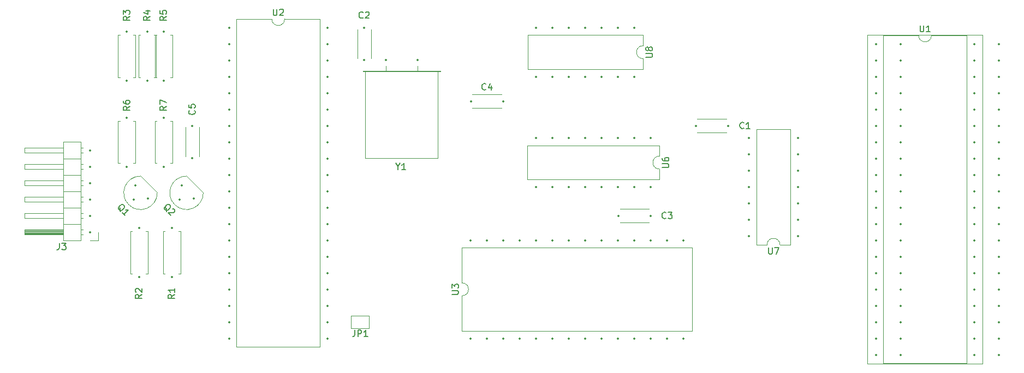
<source format=gto>
%TF.GenerationSoftware,KiCad,Pcbnew,8.0.5+1*%
%TF.CreationDate,2024-10-09T19:18:35+02:00*%
%TF.ProjectId,QL_PC0084A_keyboard_adapter,514c5f50-4330-4303-9834-415f6b657962,0*%
%TF.SameCoordinates,Original*%
%TF.FileFunction,Legend,Top*%
%TF.FilePolarity,Positive*%
%FSLAX46Y46*%
G04 Gerber Fmt 4.6, Leading zero omitted, Abs format (unit mm)*
G04 Created by KiCad (PCBNEW 8.0.5+1) date 2024-10-09 19:18:35*
%MOMM*%
%LPD*%
G01*
G04 APERTURE LIST*
%ADD10C,0.150000*%
%ADD11C,0.120000*%
%ADD12C,0.350000*%
G04 APERTURE END LIST*
D10*
X105856938Y-107350316D02*
X105823266Y-107249301D01*
X105823266Y-107249301D02*
X105823266Y-107114614D01*
X105823266Y-107114614D02*
X105823266Y-106912583D01*
X105823266Y-106912583D02*
X105789594Y-106811568D01*
X105789594Y-106811568D02*
X105722251Y-106744225D01*
X105587564Y-106946255D02*
X105553892Y-106845240D01*
X105553892Y-106845240D02*
X105553892Y-106710553D01*
X105553892Y-106710553D02*
X105654907Y-106542194D01*
X105654907Y-106542194D02*
X105890610Y-106306492D01*
X105890610Y-106306492D02*
X106058968Y-106205477D01*
X106058968Y-106205477D02*
X106193655Y-106205477D01*
X106193655Y-106205477D02*
X106294671Y-106239148D01*
X106294671Y-106239148D02*
X106429358Y-106373835D01*
X106429358Y-106373835D02*
X106463029Y-106474851D01*
X106463029Y-106474851D02*
X106463029Y-106609538D01*
X106463029Y-106609538D02*
X106362014Y-106777896D01*
X106362014Y-106777896D02*
X106126312Y-107013599D01*
X106126312Y-107013599D02*
X105957953Y-107114614D01*
X105957953Y-107114614D02*
X105823266Y-107114614D01*
X105823266Y-107114614D02*
X105722251Y-107080942D01*
X105722251Y-107080942D02*
X105587564Y-106946255D01*
X106799747Y-106878912D02*
X106867090Y-106878912D01*
X106867090Y-106878912D02*
X106968106Y-106912583D01*
X106968106Y-106912583D02*
X107136464Y-107080942D01*
X107136464Y-107080942D02*
X107170136Y-107181957D01*
X107170136Y-107181957D02*
X107170136Y-107249301D01*
X107170136Y-107249301D02*
X107136464Y-107350316D01*
X107136464Y-107350316D02*
X107069121Y-107417660D01*
X107069121Y-107417660D02*
X106934434Y-107485003D01*
X106934434Y-107485003D02*
X106126312Y-107485003D01*
X106126312Y-107485003D02*
X106564045Y-107922736D01*
X98723382Y-107350879D02*
X98689710Y-107249864D01*
X98689710Y-107249864D02*
X98689710Y-107115177D01*
X98689710Y-107115177D02*
X98689710Y-106913146D01*
X98689710Y-106913146D02*
X98656038Y-106812131D01*
X98656038Y-106812131D02*
X98588695Y-106744788D01*
X98454008Y-106946818D02*
X98420336Y-106845803D01*
X98420336Y-106845803D02*
X98420336Y-106711116D01*
X98420336Y-106711116D02*
X98521351Y-106542757D01*
X98521351Y-106542757D02*
X98757054Y-106307055D01*
X98757054Y-106307055D02*
X98925412Y-106206040D01*
X98925412Y-106206040D02*
X99060099Y-106206040D01*
X99060099Y-106206040D02*
X99161115Y-106239711D01*
X99161115Y-106239711D02*
X99295802Y-106374398D01*
X99295802Y-106374398D02*
X99329473Y-106475414D01*
X99329473Y-106475414D02*
X99329473Y-106610101D01*
X99329473Y-106610101D02*
X99228458Y-106778459D01*
X99228458Y-106778459D02*
X98992756Y-107014162D01*
X98992756Y-107014162D02*
X98824397Y-107115177D01*
X98824397Y-107115177D02*
X98689710Y-107115177D01*
X98689710Y-107115177D02*
X98588695Y-107081505D01*
X98588695Y-107081505D02*
X98454008Y-106946818D01*
X99430489Y-107923299D02*
X99026428Y-107519238D01*
X99228458Y-107721268D02*
X99935565Y-107014162D01*
X99935565Y-107014162D02*
X99767206Y-107047833D01*
X99767206Y-107047833D02*
X99632519Y-107047833D01*
X99632519Y-107047833D02*
X99531504Y-107014162D01*
X122428095Y-75864819D02*
X122428095Y-76674342D01*
X122428095Y-76674342D02*
X122475714Y-76769580D01*
X122475714Y-76769580D02*
X122523333Y-76817200D01*
X122523333Y-76817200D02*
X122618571Y-76864819D01*
X122618571Y-76864819D02*
X122809047Y-76864819D01*
X122809047Y-76864819D02*
X122904285Y-76817200D01*
X122904285Y-76817200D02*
X122951904Y-76769580D01*
X122951904Y-76769580D02*
X122999523Y-76674342D01*
X122999523Y-76674342D02*
X122999523Y-75864819D01*
X123428095Y-75960057D02*
X123475714Y-75912438D01*
X123475714Y-75912438D02*
X123570952Y-75864819D01*
X123570952Y-75864819D02*
X123809047Y-75864819D01*
X123809047Y-75864819D02*
X123904285Y-75912438D01*
X123904285Y-75912438D02*
X123951904Y-75960057D01*
X123951904Y-75960057D02*
X123999523Y-76055295D01*
X123999523Y-76055295D02*
X123999523Y-76150533D01*
X123999523Y-76150533D02*
X123951904Y-76293390D01*
X123951904Y-76293390D02*
X123380476Y-76864819D01*
X123380476Y-76864819D02*
X123999523Y-76864819D01*
X180224819Y-83321904D02*
X181034342Y-83321904D01*
X181034342Y-83321904D02*
X181129580Y-83274285D01*
X181129580Y-83274285D02*
X181177200Y-83226666D01*
X181177200Y-83226666D02*
X181224819Y-83131428D01*
X181224819Y-83131428D02*
X181224819Y-82940952D01*
X181224819Y-82940952D02*
X181177200Y-82845714D01*
X181177200Y-82845714D02*
X181129580Y-82798095D01*
X181129580Y-82798095D02*
X181034342Y-82750476D01*
X181034342Y-82750476D02*
X180224819Y-82750476D01*
X180653390Y-82131428D02*
X180605771Y-82226666D01*
X180605771Y-82226666D02*
X180558152Y-82274285D01*
X180558152Y-82274285D02*
X180462914Y-82321904D01*
X180462914Y-82321904D02*
X180415295Y-82321904D01*
X180415295Y-82321904D02*
X180320057Y-82274285D01*
X180320057Y-82274285D02*
X180272438Y-82226666D01*
X180272438Y-82226666D02*
X180224819Y-82131428D01*
X180224819Y-82131428D02*
X180224819Y-81940952D01*
X180224819Y-81940952D02*
X180272438Y-81845714D01*
X180272438Y-81845714D02*
X180320057Y-81798095D01*
X180320057Y-81798095D02*
X180415295Y-81750476D01*
X180415295Y-81750476D02*
X180462914Y-81750476D01*
X180462914Y-81750476D02*
X180558152Y-81798095D01*
X180558152Y-81798095D02*
X180605771Y-81845714D01*
X180605771Y-81845714D02*
X180653390Y-81940952D01*
X180653390Y-81940952D02*
X180653390Y-82131428D01*
X180653390Y-82131428D02*
X180701009Y-82226666D01*
X180701009Y-82226666D02*
X180748628Y-82274285D01*
X180748628Y-82274285D02*
X180843866Y-82321904D01*
X180843866Y-82321904D02*
X181034342Y-82321904D01*
X181034342Y-82321904D02*
X181129580Y-82274285D01*
X181129580Y-82274285D02*
X181177200Y-82226666D01*
X181177200Y-82226666D02*
X181224819Y-82131428D01*
X181224819Y-82131428D02*
X181224819Y-81940952D01*
X181224819Y-81940952D02*
X181177200Y-81845714D01*
X181177200Y-81845714D02*
X181129580Y-81798095D01*
X181129580Y-81798095D02*
X181034342Y-81750476D01*
X181034342Y-81750476D02*
X180843866Y-81750476D01*
X180843866Y-81750476D02*
X180748628Y-81798095D01*
X180748628Y-81798095D02*
X180701009Y-81845714D01*
X180701009Y-81845714D02*
X180653390Y-81940952D01*
X222758095Y-78404819D02*
X222758095Y-79214342D01*
X222758095Y-79214342D02*
X222805714Y-79309580D01*
X222805714Y-79309580D02*
X222853333Y-79357200D01*
X222853333Y-79357200D02*
X222948571Y-79404819D01*
X222948571Y-79404819D02*
X223139047Y-79404819D01*
X223139047Y-79404819D02*
X223234285Y-79357200D01*
X223234285Y-79357200D02*
X223281904Y-79309580D01*
X223281904Y-79309580D02*
X223329523Y-79214342D01*
X223329523Y-79214342D02*
X223329523Y-78404819D01*
X224329523Y-79404819D02*
X223758095Y-79404819D01*
X224043809Y-79404819D02*
X224043809Y-78404819D01*
X224043809Y-78404819D02*
X223948571Y-78547676D01*
X223948571Y-78547676D02*
X223853333Y-78642914D01*
X223853333Y-78642914D02*
X223758095Y-78690533D01*
X105864819Y-77001666D02*
X105388628Y-77334999D01*
X105864819Y-77573094D02*
X104864819Y-77573094D01*
X104864819Y-77573094D02*
X104864819Y-77192142D01*
X104864819Y-77192142D02*
X104912438Y-77096904D01*
X104912438Y-77096904D02*
X104960057Y-77049285D01*
X104960057Y-77049285D02*
X105055295Y-77001666D01*
X105055295Y-77001666D02*
X105198152Y-77001666D01*
X105198152Y-77001666D02*
X105293390Y-77049285D01*
X105293390Y-77049285D02*
X105341009Y-77096904D01*
X105341009Y-77096904D02*
X105388628Y-77192142D01*
X105388628Y-77192142D02*
X105388628Y-77573094D01*
X104864819Y-76096904D02*
X104864819Y-76573094D01*
X104864819Y-76573094D02*
X105341009Y-76620713D01*
X105341009Y-76620713D02*
X105293390Y-76573094D01*
X105293390Y-76573094D02*
X105245771Y-76477856D01*
X105245771Y-76477856D02*
X105245771Y-76239761D01*
X105245771Y-76239761D02*
X105293390Y-76144523D01*
X105293390Y-76144523D02*
X105341009Y-76096904D01*
X105341009Y-76096904D02*
X105436247Y-76049285D01*
X105436247Y-76049285D02*
X105674342Y-76049285D01*
X105674342Y-76049285D02*
X105769580Y-76096904D01*
X105769580Y-76096904D02*
X105817200Y-76144523D01*
X105817200Y-76144523D02*
X105864819Y-76239761D01*
X105864819Y-76239761D02*
X105864819Y-76477856D01*
X105864819Y-76477856D02*
X105817200Y-76573094D01*
X105817200Y-76573094D02*
X105769580Y-76620713D01*
X136358333Y-77194580D02*
X136310714Y-77242200D01*
X136310714Y-77242200D02*
X136167857Y-77289819D01*
X136167857Y-77289819D02*
X136072619Y-77289819D01*
X136072619Y-77289819D02*
X135929762Y-77242200D01*
X135929762Y-77242200D02*
X135834524Y-77146961D01*
X135834524Y-77146961D02*
X135786905Y-77051723D01*
X135786905Y-77051723D02*
X135739286Y-76861247D01*
X135739286Y-76861247D02*
X135739286Y-76718390D01*
X135739286Y-76718390D02*
X135786905Y-76527914D01*
X135786905Y-76527914D02*
X135834524Y-76432676D01*
X135834524Y-76432676D02*
X135929762Y-76337438D01*
X135929762Y-76337438D02*
X136072619Y-76289819D01*
X136072619Y-76289819D02*
X136167857Y-76289819D01*
X136167857Y-76289819D02*
X136310714Y-76337438D01*
X136310714Y-76337438D02*
X136358333Y-76385057D01*
X136739286Y-76385057D02*
X136786905Y-76337438D01*
X136786905Y-76337438D02*
X136882143Y-76289819D01*
X136882143Y-76289819D02*
X137120238Y-76289819D01*
X137120238Y-76289819D02*
X137215476Y-76337438D01*
X137215476Y-76337438D02*
X137263095Y-76385057D01*
X137263095Y-76385057D02*
X137310714Y-76480295D01*
X137310714Y-76480295D02*
X137310714Y-76575533D01*
X137310714Y-76575533D02*
X137263095Y-76718390D01*
X137263095Y-76718390D02*
X136691667Y-77289819D01*
X136691667Y-77289819D02*
X137310714Y-77289819D01*
X182759819Y-100456904D02*
X183569342Y-100456904D01*
X183569342Y-100456904D02*
X183664580Y-100409285D01*
X183664580Y-100409285D02*
X183712200Y-100361666D01*
X183712200Y-100361666D02*
X183759819Y-100266428D01*
X183759819Y-100266428D02*
X183759819Y-100075952D01*
X183759819Y-100075952D02*
X183712200Y-99980714D01*
X183712200Y-99980714D02*
X183664580Y-99933095D01*
X183664580Y-99933095D02*
X183569342Y-99885476D01*
X183569342Y-99885476D02*
X182759819Y-99885476D01*
X182759819Y-98980714D02*
X182759819Y-99171190D01*
X182759819Y-99171190D02*
X182807438Y-99266428D01*
X182807438Y-99266428D02*
X182855057Y-99314047D01*
X182855057Y-99314047D02*
X182997914Y-99409285D01*
X182997914Y-99409285D02*
X183188390Y-99456904D01*
X183188390Y-99456904D02*
X183569342Y-99456904D01*
X183569342Y-99456904D02*
X183664580Y-99409285D01*
X183664580Y-99409285D02*
X183712200Y-99361666D01*
X183712200Y-99361666D02*
X183759819Y-99266428D01*
X183759819Y-99266428D02*
X183759819Y-99075952D01*
X183759819Y-99075952D02*
X183712200Y-98980714D01*
X183712200Y-98980714D02*
X183664580Y-98933095D01*
X183664580Y-98933095D02*
X183569342Y-98885476D01*
X183569342Y-98885476D02*
X183331247Y-98885476D01*
X183331247Y-98885476D02*
X183236009Y-98933095D01*
X183236009Y-98933095D02*
X183188390Y-98980714D01*
X183188390Y-98980714D02*
X183140771Y-99075952D01*
X183140771Y-99075952D02*
X183140771Y-99266428D01*
X183140771Y-99266428D02*
X183188390Y-99361666D01*
X183188390Y-99361666D02*
X183236009Y-99409285D01*
X183236009Y-99409285D02*
X183331247Y-99456904D01*
X110214580Y-91606666D02*
X110262200Y-91654285D01*
X110262200Y-91654285D02*
X110309819Y-91797142D01*
X110309819Y-91797142D02*
X110309819Y-91892380D01*
X110309819Y-91892380D02*
X110262200Y-92035237D01*
X110262200Y-92035237D02*
X110166961Y-92130475D01*
X110166961Y-92130475D02*
X110071723Y-92178094D01*
X110071723Y-92178094D02*
X109881247Y-92225713D01*
X109881247Y-92225713D02*
X109738390Y-92225713D01*
X109738390Y-92225713D02*
X109547914Y-92178094D01*
X109547914Y-92178094D02*
X109452676Y-92130475D01*
X109452676Y-92130475D02*
X109357438Y-92035237D01*
X109357438Y-92035237D02*
X109309819Y-91892380D01*
X109309819Y-91892380D02*
X109309819Y-91797142D01*
X109309819Y-91797142D02*
X109357438Y-91654285D01*
X109357438Y-91654285D02*
X109405057Y-91606666D01*
X109309819Y-90701904D02*
X109309819Y-91178094D01*
X109309819Y-91178094D02*
X109786009Y-91225713D01*
X109786009Y-91225713D02*
X109738390Y-91178094D01*
X109738390Y-91178094D02*
X109690771Y-91082856D01*
X109690771Y-91082856D02*
X109690771Y-90844761D01*
X109690771Y-90844761D02*
X109738390Y-90749523D01*
X109738390Y-90749523D02*
X109786009Y-90701904D01*
X109786009Y-90701904D02*
X109881247Y-90654285D01*
X109881247Y-90654285D02*
X110119342Y-90654285D01*
X110119342Y-90654285D02*
X110214580Y-90701904D01*
X110214580Y-90701904D02*
X110262200Y-90749523D01*
X110262200Y-90749523D02*
X110309819Y-90844761D01*
X110309819Y-90844761D02*
X110309819Y-91082856D01*
X110309819Y-91082856D02*
X110262200Y-91178094D01*
X110262200Y-91178094D02*
X110214580Y-91225713D01*
X155408333Y-88329580D02*
X155360714Y-88377200D01*
X155360714Y-88377200D02*
X155217857Y-88424819D01*
X155217857Y-88424819D02*
X155122619Y-88424819D01*
X155122619Y-88424819D02*
X154979762Y-88377200D01*
X154979762Y-88377200D02*
X154884524Y-88281961D01*
X154884524Y-88281961D02*
X154836905Y-88186723D01*
X154836905Y-88186723D02*
X154789286Y-87996247D01*
X154789286Y-87996247D02*
X154789286Y-87853390D01*
X154789286Y-87853390D02*
X154836905Y-87662914D01*
X154836905Y-87662914D02*
X154884524Y-87567676D01*
X154884524Y-87567676D02*
X154979762Y-87472438D01*
X154979762Y-87472438D02*
X155122619Y-87424819D01*
X155122619Y-87424819D02*
X155217857Y-87424819D01*
X155217857Y-87424819D02*
X155360714Y-87472438D01*
X155360714Y-87472438D02*
X155408333Y-87520057D01*
X156265476Y-87758152D02*
X156265476Y-88424819D01*
X156027381Y-87377200D02*
X155789286Y-88091485D01*
X155789286Y-88091485D02*
X156408333Y-88091485D01*
X195413333Y-94339580D02*
X195365714Y-94387200D01*
X195365714Y-94387200D02*
X195222857Y-94434819D01*
X195222857Y-94434819D02*
X195127619Y-94434819D01*
X195127619Y-94434819D02*
X194984762Y-94387200D01*
X194984762Y-94387200D02*
X194889524Y-94291961D01*
X194889524Y-94291961D02*
X194841905Y-94196723D01*
X194841905Y-94196723D02*
X194794286Y-94006247D01*
X194794286Y-94006247D02*
X194794286Y-93863390D01*
X194794286Y-93863390D02*
X194841905Y-93672914D01*
X194841905Y-93672914D02*
X194889524Y-93577676D01*
X194889524Y-93577676D02*
X194984762Y-93482438D01*
X194984762Y-93482438D02*
X195127619Y-93434819D01*
X195127619Y-93434819D02*
X195222857Y-93434819D01*
X195222857Y-93434819D02*
X195365714Y-93482438D01*
X195365714Y-93482438D02*
X195413333Y-93530057D01*
X196365714Y-94434819D02*
X195794286Y-94434819D01*
X196080000Y-94434819D02*
X196080000Y-93434819D01*
X196080000Y-93434819D02*
X195984762Y-93577676D01*
X195984762Y-93577676D02*
X195889524Y-93672914D01*
X195889524Y-93672914D02*
X195794286Y-93720533D01*
X105864819Y-90971666D02*
X105388628Y-91304999D01*
X105864819Y-91543094D02*
X104864819Y-91543094D01*
X104864819Y-91543094D02*
X104864819Y-91162142D01*
X104864819Y-91162142D02*
X104912438Y-91066904D01*
X104912438Y-91066904D02*
X104960057Y-91019285D01*
X104960057Y-91019285D02*
X105055295Y-90971666D01*
X105055295Y-90971666D02*
X105198152Y-90971666D01*
X105198152Y-90971666D02*
X105293390Y-91019285D01*
X105293390Y-91019285D02*
X105341009Y-91066904D01*
X105341009Y-91066904D02*
X105388628Y-91162142D01*
X105388628Y-91162142D02*
X105388628Y-91543094D01*
X104864819Y-90638332D02*
X104864819Y-89971666D01*
X104864819Y-89971666D02*
X105864819Y-90400237D01*
X183348333Y-108309580D02*
X183300714Y-108357200D01*
X183300714Y-108357200D02*
X183157857Y-108404819D01*
X183157857Y-108404819D02*
X183062619Y-108404819D01*
X183062619Y-108404819D02*
X182919762Y-108357200D01*
X182919762Y-108357200D02*
X182824524Y-108261961D01*
X182824524Y-108261961D02*
X182776905Y-108166723D01*
X182776905Y-108166723D02*
X182729286Y-107976247D01*
X182729286Y-107976247D02*
X182729286Y-107833390D01*
X182729286Y-107833390D02*
X182776905Y-107642914D01*
X182776905Y-107642914D02*
X182824524Y-107547676D01*
X182824524Y-107547676D02*
X182919762Y-107452438D01*
X182919762Y-107452438D02*
X183062619Y-107404819D01*
X183062619Y-107404819D02*
X183157857Y-107404819D01*
X183157857Y-107404819D02*
X183300714Y-107452438D01*
X183300714Y-107452438D02*
X183348333Y-107500057D01*
X183681667Y-107404819D02*
X184300714Y-107404819D01*
X184300714Y-107404819D02*
X183967381Y-107785771D01*
X183967381Y-107785771D02*
X184110238Y-107785771D01*
X184110238Y-107785771D02*
X184205476Y-107833390D01*
X184205476Y-107833390D02*
X184253095Y-107881009D01*
X184253095Y-107881009D02*
X184300714Y-107976247D01*
X184300714Y-107976247D02*
X184300714Y-108214342D01*
X184300714Y-108214342D02*
X184253095Y-108309580D01*
X184253095Y-108309580D02*
X184205476Y-108357200D01*
X184205476Y-108357200D02*
X184110238Y-108404819D01*
X184110238Y-108404819D02*
X183824524Y-108404819D01*
X183824524Y-108404819D02*
X183729286Y-108357200D01*
X183729286Y-108357200D02*
X183681667Y-108309580D01*
X141763809Y-100308628D02*
X141763809Y-100784819D01*
X141430476Y-99784819D02*
X141763809Y-100308628D01*
X141763809Y-100308628D02*
X142097142Y-99784819D01*
X142954285Y-100784819D02*
X142382857Y-100784819D01*
X142668571Y-100784819D02*
X142668571Y-99784819D01*
X142668571Y-99784819D02*
X142573333Y-99927676D01*
X142573333Y-99927676D02*
X142478095Y-100022914D01*
X142478095Y-100022914D02*
X142382857Y-100070533D01*
X103324819Y-77001666D02*
X102848628Y-77334999D01*
X103324819Y-77573094D02*
X102324819Y-77573094D01*
X102324819Y-77573094D02*
X102324819Y-77192142D01*
X102324819Y-77192142D02*
X102372438Y-77096904D01*
X102372438Y-77096904D02*
X102420057Y-77049285D01*
X102420057Y-77049285D02*
X102515295Y-77001666D01*
X102515295Y-77001666D02*
X102658152Y-77001666D01*
X102658152Y-77001666D02*
X102753390Y-77049285D01*
X102753390Y-77049285D02*
X102801009Y-77096904D01*
X102801009Y-77096904D02*
X102848628Y-77192142D01*
X102848628Y-77192142D02*
X102848628Y-77573094D01*
X102658152Y-76144523D02*
X103324819Y-76144523D01*
X102277200Y-76382618D02*
X102991485Y-76620713D01*
X102991485Y-76620713D02*
X102991485Y-76001666D01*
X107134819Y-120181666D02*
X106658628Y-120514999D01*
X107134819Y-120753094D02*
X106134819Y-120753094D01*
X106134819Y-120753094D02*
X106134819Y-120372142D01*
X106134819Y-120372142D02*
X106182438Y-120276904D01*
X106182438Y-120276904D02*
X106230057Y-120229285D01*
X106230057Y-120229285D02*
X106325295Y-120181666D01*
X106325295Y-120181666D02*
X106468152Y-120181666D01*
X106468152Y-120181666D02*
X106563390Y-120229285D01*
X106563390Y-120229285D02*
X106611009Y-120276904D01*
X106611009Y-120276904D02*
X106658628Y-120372142D01*
X106658628Y-120372142D02*
X106658628Y-120753094D01*
X107134819Y-119229285D02*
X107134819Y-119800713D01*
X107134819Y-119514999D02*
X106134819Y-119514999D01*
X106134819Y-119514999D02*
X106277676Y-119610237D01*
X106277676Y-119610237D02*
X106372914Y-119705475D01*
X106372914Y-119705475D02*
X106420533Y-119800713D01*
X102054819Y-120181666D02*
X101578628Y-120514999D01*
X102054819Y-120753094D02*
X101054819Y-120753094D01*
X101054819Y-120753094D02*
X101054819Y-120372142D01*
X101054819Y-120372142D02*
X101102438Y-120276904D01*
X101102438Y-120276904D02*
X101150057Y-120229285D01*
X101150057Y-120229285D02*
X101245295Y-120181666D01*
X101245295Y-120181666D02*
X101388152Y-120181666D01*
X101388152Y-120181666D02*
X101483390Y-120229285D01*
X101483390Y-120229285D02*
X101531009Y-120276904D01*
X101531009Y-120276904D02*
X101578628Y-120372142D01*
X101578628Y-120372142D02*
X101578628Y-120753094D01*
X101150057Y-119800713D02*
X101102438Y-119753094D01*
X101102438Y-119753094D02*
X101054819Y-119657856D01*
X101054819Y-119657856D02*
X101054819Y-119419761D01*
X101054819Y-119419761D02*
X101102438Y-119324523D01*
X101102438Y-119324523D02*
X101150057Y-119276904D01*
X101150057Y-119276904D02*
X101245295Y-119229285D01*
X101245295Y-119229285D02*
X101340533Y-119229285D01*
X101340533Y-119229285D02*
X101483390Y-119276904D01*
X101483390Y-119276904D02*
X102054819Y-119848332D01*
X102054819Y-119848332D02*
X102054819Y-119229285D01*
X100149819Y-90971666D02*
X99673628Y-91304999D01*
X100149819Y-91543094D02*
X99149819Y-91543094D01*
X99149819Y-91543094D02*
X99149819Y-91162142D01*
X99149819Y-91162142D02*
X99197438Y-91066904D01*
X99197438Y-91066904D02*
X99245057Y-91019285D01*
X99245057Y-91019285D02*
X99340295Y-90971666D01*
X99340295Y-90971666D02*
X99483152Y-90971666D01*
X99483152Y-90971666D02*
X99578390Y-91019285D01*
X99578390Y-91019285D02*
X99626009Y-91066904D01*
X99626009Y-91066904D02*
X99673628Y-91162142D01*
X99673628Y-91162142D02*
X99673628Y-91543094D01*
X99149819Y-90114523D02*
X99149819Y-90304999D01*
X99149819Y-90304999D02*
X99197438Y-90400237D01*
X99197438Y-90400237D02*
X99245057Y-90447856D01*
X99245057Y-90447856D02*
X99387914Y-90543094D01*
X99387914Y-90543094D02*
X99578390Y-90590713D01*
X99578390Y-90590713D02*
X99959342Y-90590713D01*
X99959342Y-90590713D02*
X100054580Y-90543094D01*
X100054580Y-90543094D02*
X100102200Y-90495475D01*
X100102200Y-90495475D02*
X100149819Y-90400237D01*
X100149819Y-90400237D02*
X100149819Y-90209761D01*
X100149819Y-90209761D02*
X100102200Y-90114523D01*
X100102200Y-90114523D02*
X100054580Y-90066904D01*
X100054580Y-90066904D02*
X99959342Y-90019285D01*
X99959342Y-90019285D02*
X99721247Y-90019285D01*
X99721247Y-90019285D02*
X99626009Y-90066904D01*
X99626009Y-90066904D02*
X99578390Y-90114523D01*
X99578390Y-90114523D02*
X99530771Y-90209761D01*
X99530771Y-90209761D02*
X99530771Y-90400237D01*
X99530771Y-90400237D02*
X99578390Y-90495475D01*
X99578390Y-90495475D02*
X99626009Y-90543094D01*
X99626009Y-90543094D02*
X99721247Y-90590713D01*
X199253095Y-112909819D02*
X199253095Y-113719342D01*
X199253095Y-113719342D02*
X199300714Y-113814580D01*
X199300714Y-113814580D02*
X199348333Y-113862200D01*
X199348333Y-113862200D02*
X199443571Y-113909819D01*
X199443571Y-113909819D02*
X199634047Y-113909819D01*
X199634047Y-113909819D02*
X199729285Y-113862200D01*
X199729285Y-113862200D02*
X199776904Y-113814580D01*
X199776904Y-113814580D02*
X199824523Y-113719342D01*
X199824523Y-113719342D02*
X199824523Y-112909819D01*
X200205476Y-112909819D02*
X200872142Y-112909819D01*
X200872142Y-112909819D02*
X200443571Y-113909819D01*
X100149819Y-77001666D02*
X99673628Y-77334999D01*
X100149819Y-77573094D02*
X99149819Y-77573094D01*
X99149819Y-77573094D02*
X99149819Y-77192142D01*
X99149819Y-77192142D02*
X99197438Y-77096904D01*
X99197438Y-77096904D02*
X99245057Y-77049285D01*
X99245057Y-77049285D02*
X99340295Y-77001666D01*
X99340295Y-77001666D02*
X99483152Y-77001666D01*
X99483152Y-77001666D02*
X99578390Y-77049285D01*
X99578390Y-77049285D02*
X99626009Y-77096904D01*
X99626009Y-77096904D02*
X99673628Y-77192142D01*
X99673628Y-77192142D02*
X99673628Y-77573094D01*
X99149819Y-76668332D02*
X99149819Y-76049285D01*
X99149819Y-76049285D02*
X99530771Y-76382618D01*
X99530771Y-76382618D02*
X99530771Y-76239761D01*
X99530771Y-76239761D02*
X99578390Y-76144523D01*
X99578390Y-76144523D02*
X99626009Y-76096904D01*
X99626009Y-76096904D02*
X99721247Y-76049285D01*
X99721247Y-76049285D02*
X99959342Y-76049285D01*
X99959342Y-76049285D02*
X100054580Y-76096904D01*
X100054580Y-76096904D02*
X100102200Y-76144523D01*
X100102200Y-76144523D02*
X100149819Y-76239761D01*
X100149819Y-76239761D02*
X100149819Y-76525475D01*
X100149819Y-76525475D02*
X100102200Y-76620713D01*
X100102200Y-76620713D02*
X100054580Y-76668332D01*
X150159819Y-120141904D02*
X150969342Y-120141904D01*
X150969342Y-120141904D02*
X151064580Y-120094285D01*
X151064580Y-120094285D02*
X151112200Y-120046666D01*
X151112200Y-120046666D02*
X151159819Y-119951428D01*
X151159819Y-119951428D02*
X151159819Y-119760952D01*
X151159819Y-119760952D02*
X151112200Y-119665714D01*
X151112200Y-119665714D02*
X151064580Y-119618095D01*
X151064580Y-119618095D02*
X150969342Y-119570476D01*
X150969342Y-119570476D02*
X150159819Y-119570476D01*
X150159819Y-119189523D02*
X150159819Y-118570476D01*
X150159819Y-118570476D02*
X150540771Y-118903809D01*
X150540771Y-118903809D02*
X150540771Y-118760952D01*
X150540771Y-118760952D02*
X150588390Y-118665714D01*
X150588390Y-118665714D02*
X150636009Y-118618095D01*
X150636009Y-118618095D02*
X150731247Y-118570476D01*
X150731247Y-118570476D02*
X150969342Y-118570476D01*
X150969342Y-118570476D02*
X151064580Y-118618095D01*
X151064580Y-118618095D02*
X151112200Y-118665714D01*
X151112200Y-118665714D02*
X151159819Y-118760952D01*
X151159819Y-118760952D02*
X151159819Y-119046666D01*
X151159819Y-119046666D02*
X151112200Y-119141904D01*
X151112200Y-119141904D02*
X151064580Y-119189523D01*
X89261666Y-112214819D02*
X89261666Y-112929104D01*
X89261666Y-112929104D02*
X89214047Y-113071961D01*
X89214047Y-113071961D02*
X89118809Y-113167200D01*
X89118809Y-113167200D02*
X88975952Y-113214819D01*
X88975952Y-113214819D02*
X88880714Y-113214819D01*
X89642619Y-112214819D02*
X90261666Y-112214819D01*
X90261666Y-112214819D02*
X89928333Y-112595771D01*
X89928333Y-112595771D02*
X90071190Y-112595771D01*
X90071190Y-112595771D02*
X90166428Y-112643390D01*
X90166428Y-112643390D02*
X90214047Y-112691009D01*
X90214047Y-112691009D02*
X90261666Y-112786247D01*
X90261666Y-112786247D02*
X90261666Y-113024342D01*
X90261666Y-113024342D02*
X90214047Y-113119580D01*
X90214047Y-113119580D02*
X90166428Y-113167200D01*
X90166428Y-113167200D02*
X90071190Y-113214819D01*
X90071190Y-113214819D02*
X89785476Y-113214819D01*
X89785476Y-113214819D02*
X89690238Y-113167200D01*
X89690238Y-113167200D02*
X89642619Y-113119580D01*
X135071666Y-125714819D02*
X135071666Y-126429104D01*
X135071666Y-126429104D02*
X135024047Y-126571961D01*
X135024047Y-126571961D02*
X134928809Y-126667200D01*
X134928809Y-126667200D02*
X134785952Y-126714819D01*
X134785952Y-126714819D02*
X134690714Y-126714819D01*
X135547857Y-126714819D02*
X135547857Y-125714819D01*
X135547857Y-125714819D02*
X135928809Y-125714819D01*
X135928809Y-125714819D02*
X136024047Y-125762438D01*
X136024047Y-125762438D02*
X136071666Y-125810057D01*
X136071666Y-125810057D02*
X136119285Y-125905295D01*
X136119285Y-125905295D02*
X136119285Y-126048152D01*
X136119285Y-126048152D02*
X136071666Y-126143390D01*
X136071666Y-126143390D02*
X136024047Y-126191009D01*
X136024047Y-126191009D02*
X135928809Y-126238628D01*
X135928809Y-126238628D02*
X135547857Y-126238628D01*
X137071666Y-126714819D02*
X136500238Y-126714819D01*
X136785952Y-126714819D02*
X136785952Y-125714819D01*
X136785952Y-125714819D02*
X136690714Y-125857676D01*
X136690714Y-125857676D02*
X136595476Y-125952914D01*
X136595476Y-125952914D02*
X136500238Y-126000533D01*
D11*
%TO.C,Q2*%
X111547498Y-104358087D02*
X109001913Y-101812502D01*
X107128081Y-106231919D02*
G75*
G02*
X108966558Y-101793443I1838475J1838478D01*
G01*
X111566558Y-104393442D02*
G75*
G02*
X107128080Y-106231920I-2600002J5D01*
G01*
%TO.C,Q1*%
X104413942Y-104358650D02*
X101868357Y-101813065D01*
X99994525Y-106232482D02*
G75*
G02*
X101833002Y-101794001I1838479J1838479D01*
G01*
X104433002Y-104394005D02*
G75*
G02*
X99994524Y-106232483I-2600002J5D01*
G01*
%TO.C,U2*%
X116730000Y-77410000D02*
X116730000Y-128330000D01*
X116730000Y-128330000D02*
X129650000Y-128330000D01*
X122190000Y-77410000D02*
X116730000Y-77410000D01*
X129650000Y-77410000D02*
X124190000Y-77410000D01*
X129650000Y-128330000D02*
X129650000Y-77410000D01*
X124190000Y-77410000D02*
G75*
G02*
X122190000Y-77410000I-1000000J0D01*
G01*
%TO.C,U8*%
X161870000Y-79910000D02*
X161870000Y-85210000D01*
X161870000Y-85210000D02*
X179770000Y-85210000D01*
X179770000Y-79910000D02*
X161870000Y-79910000D01*
X179770000Y-81560000D02*
X179770000Y-79910000D01*
X179770000Y-85210000D02*
X179770000Y-83560000D01*
X179770000Y-83560000D02*
G75*
G02*
X179770000Y-81560000I0J1000000D01*
G01*
%TO.C,U1*%
X214570000Y-79890000D02*
X214570000Y-130930000D01*
X214570000Y-130930000D02*
X232470000Y-130930000D01*
X217060000Y-79950000D02*
X217060000Y-130870000D01*
X217060000Y-130870000D02*
X229980000Y-130870000D01*
X222520000Y-79950000D02*
X217060000Y-79950000D01*
X229980000Y-79950000D02*
X224520000Y-79950000D01*
X229980000Y-130870000D02*
X229980000Y-79950000D01*
X232470000Y-79890000D02*
X214570000Y-79890000D01*
X232470000Y-130930000D02*
X232470000Y-79890000D01*
X224520000Y-79950000D02*
G75*
G02*
X222520000Y-79950000I-1000000J0D01*
G01*
%TO.C,R5*%
X104040000Y-79915000D02*
X104370000Y-79915000D01*
X104040000Y-86455000D02*
X104040000Y-79915000D01*
X104370000Y-86455000D02*
X104040000Y-86455000D01*
X106450000Y-86455000D02*
X106780000Y-86455000D01*
X106780000Y-79915000D02*
X106450000Y-79915000D01*
X106780000Y-86455000D02*
X106780000Y-79915000D01*
%TO.C,C2*%
X135455000Y-79010000D02*
X135470000Y-79010000D01*
X135455000Y-83550000D02*
X135455000Y-79010000D01*
X135455000Y-83550000D02*
X135470000Y-83550000D01*
X137580000Y-79010000D02*
X137595000Y-79010000D01*
X137580000Y-83550000D02*
X137595000Y-83550000D01*
X137595000Y-83550000D02*
X137595000Y-79010000D01*
%TO.C,U6*%
X161865000Y-97045000D02*
X161865000Y-102345000D01*
X161865000Y-102345000D02*
X182305000Y-102345000D01*
X182305000Y-97045000D02*
X161865000Y-97045000D01*
X182305000Y-98695000D02*
X182305000Y-97045000D01*
X182305000Y-102345000D02*
X182305000Y-100695000D01*
X182305000Y-100695000D02*
G75*
G02*
X182305000Y-98695000I0J1000000D01*
G01*
%TO.C,C5*%
X108785000Y-94210000D02*
X108800000Y-94210000D01*
X108785000Y-98750000D02*
X108785000Y-94210000D01*
X108785000Y-98750000D02*
X108800000Y-98750000D01*
X110910000Y-94210000D02*
X110925000Y-94210000D01*
X110910000Y-98750000D02*
X110925000Y-98750000D01*
X110925000Y-98750000D02*
X110925000Y-94210000D01*
%TO.C,C4*%
X153305000Y-89100000D02*
X153305000Y-89115000D01*
X153305000Y-89100000D02*
X157845000Y-89100000D01*
X153305000Y-91225000D02*
X153305000Y-91240000D01*
X153305000Y-91240000D02*
X157845000Y-91240000D01*
X157845000Y-89100000D02*
X157845000Y-89115000D01*
X157845000Y-91225000D02*
X157845000Y-91240000D01*
%TO.C,C1*%
X188190000Y-92910000D02*
X188190000Y-92925000D01*
X188190000Y-92910000D02*
X192730000Y-92910000D01*
X188190000Y-95035000D02*
X188190000Y-95050000D01*
X188190000Y-95050000D02*
X192730000Y-95050000D01*
X192730000Y-92910000D02*
X192730000Y-92925000D01*
X192730000Y-95035000D02*
X192730000Y-95050000D01*
%TO.C,R7*%
X104040000Y-93250000D02*
X104040000Y-99790000D01*
X104040000Y-99790000D02*
X104370000Y-99790000D01*
X104370000Y-93250000D02*
X104040000Y-93250000D01*
X106450000Y-93250000D02*
X106780000Y-93250000D01*
X106780000Y-93250000D02*
X106780000Y-99790000D01*
X106780000Y-99790000D02*
X106450000Y-99790000D01*
%TO.C,C3*%
X176205000Y-106895000D02*
X176205000Y-106880000D01*
X176205000Y-109020000D02*
X176205000Y-109005000D01*
X180745000Y-106880000D02*
X176205000Y-106880000D01*
X180745000Y-106895000D02*
X180745000Y-106880000D01*
X180745000Y-109020000D02*
X176205000Y-109020000D01*
X180745000Y-109020000D02*
X180745000Y-109005000D01*
%TO.C,Y1*%
X136330000Y-85470000D02*
X148330000Y-85470000D01*
X136330000Y-85590000D02*
X136330000Y-85470000D01*
X136680000Y-85590000D02*
X136680000Y-98990000D01*
X136680000Y-98990000D02*
X147980000Y-98990000D01*
X139880000Y-84740000D02*
X139880000Y-84740000D01*
X139880000Y-85590000D02*
X139880000Y-84740000D01*
X144780000Y-84740000D02*
X144780000Y-84740000D01*
X144780000Y-85590000D02*
X144780000Y-84740000D01*
X147980000Y-85590000D02*
X136680000Y-85590000D01*
X147980000Y-98990000D02*
X147980000Y-85590000D01*
X148330000Y-85470000D02*
X148330000Y-85590000D01*
X148330000Y-85590000D02*
X136330000Y-85590000D01*
%TO.C,R4*%
X101500000Y-79915000D02*
X101830000Y-79915000D01*
X101500000Y-86455000D02*
X101500000Y-79915000D01*
X101830000Y-86455000D02*
X101500000Y-86455000D01*
X103910000Y-86455000D02*
X104240000Y-86455000D01*
X104240000Y-79915000D02*
X103910000Y-79915000D01*
X104240000Y-86455000D02*
X104240000Y-79915000D01*
%TO.C,R1*%
X105310000Y-110395000D02*
X105310000Y-116935000D01*
X105310000Y-116935000D02*
X105640000Y-116935000D01*
X105640000Y-110395000D02*
X105310000Y-110395000D01*
X107720000Y-110395000D02*
X108050000Y-110395000D01*
X108050000Y-110395000D02*
X108050000Y-116935000D01*
X108050000Y-116935000D02*
X107720000Y-116935000D01*
%TO.C,R2*%
X100230000Y-110395000D02*
X100230000Y-116935000D01*
X100230000Y-116935000D02*
X100560000Y-116935000D01*
X100560000Y-110395000D02*
X100230000Y-110395000D01*
X102640000Y-110395000D02*
X102970000Y-110395000D01*
X102970000Y-110395000D02*
X102970000Y-116935000D01*
X102970000Y-116935000D02*
X102640000Y-116935000D01*
%TO.C,R6*%
X98325000Y-93250000D02*
X98655000Y-93250000D01*
X98325000Y-99790000D02*
X98325000Y-93250000D01*
X98655000Y-99790000D02*
X98325000Y-99790000D01*
X100735000Y-99790000D02*
X101065000Y-99790000D01*
X101065000Y-93250000D02*
X100735000Y-93250000D01*
X101065000Y-99790000D02*
X101065000Y-93250000D01*
%TO.C,U7*%
X197365000Y-94555000D02*
X197365000Y-112455000D01*
X197365000Y-112455000D02*
X199015000Y-112455000D01*
X201015000Y-112455000D02*
X202665000Y-112455000D01*
X202665000Y-94555000D02*
X197365000Y-94555000D01*
X202665000Y-112455000D02*
X202665000Y-94555000D01*
X199015000Y-112455000D02*
G75*
G02*
X201015000Y-112455000I1000000J0D01*
G01*
%TO.C,R3*%
X98325000Y-79915000D02*
X98325000Y-86455000D01*
X98325000Y-86455000D02*
X98655000Y-86455000D01*
X98655000Y-79915000D02*
X98325000Y-79915000D01*
X100735000Y-79915000D02*
X101065000Y-79915000D01*
X101065000Y-79915000D02*
X101065000Y-86455000D01*
X101065000Y-86455000D02*
X100735000Y-86455000D01*
%TO.C,U3*%
X151705000Y-112920000D02*
X151705000Y-118380000D01*
X151705000Y-120380000D02*
X151705000Y-125840000D01*
X151705000Y-125840000D02*
X187385000Y-125840000D01*
X187385000Y-112920000D02*
X151705000Y-112920000D01*
X187385000Y-125840000D02*
X187385000Y-112920000D01*
X151705000Y-118380000D02*
G75*
G02*
X151705000Y-120380000I0J-1000000D01*
G01*
%TO.C,J3*%
X83880000Y-97410000D02*
X89880000Y-97410000D01*
X83880000Y-98170000D02*
X83880000Y-97410000D01*
X83880000Y-99950000D02*
X89880000Y-99950000D01*
X83880000Y-100710000D02*
X83880000Y-99950000D01*
X83880000Y-102490000D02*
X89880000Y-102490000D01*
X83880000Y-103250000D02*
X83880000Y-102490000D01*
X83880000Y-105030000D02*
X89880000Y-105030000D01*
X83880000Y-105790000D02*
X83880000Y-105030000D01*
X83880000Y-107570000D02*
X89880000Y-107570000D01*
X83880000Y-108330000D02*
X83880000Y-107570000D01*
X83880000Y-110110000D02*
X89880000Y-110110000D01*
X83880000Y-110870000D02*
X83880000Y-110110000D01*
X89880000Y-96460000D02*
X89880000Y-111820000D01*
X89880000Y-98170000D02*
X83880000Y-98170000D01*
X89880000Y-100710000D02*
X83880000Y-100710000D01*
X89880000Y-103250000D02*
X83880000Y-103250000D01*
X89880000Y-105790000D02*
X83880000Y-105790000D01*
X89880000Y-108330000D02*
X83880000Y-108330000D01*
X89880000Y-110210000D02*
X83880000Y-110210000D01*
X89880000Y-110330000D02*
X83880000Y-110330000D01*
X89880000Y-110450000D02*
X83880000Y-110450000D01*
X89880000Y-110570000D02*
X83880000Y-110570000D01*
X89880000Y-110690000D02*
X83880000Y-110690000D01*
X89880000Y-110810000D02*
X83880000Y-110810000D01*
X89880000Y-110870000D02*
X83880000Y-110870000D01*
X89880000Y-111820000D02*
X92540000Y-111820000D01*
X92540000Y-96460000D02*
X89880000Y-96460000D01*
X92540000Y-99060000D02*
X89880000Y-99060000D01*
X92540000Y-101600000D02*
X89880000Y-101600000D01*
X92540000Y-104140000D02*
X89880000Y-104140000D01*
X92540000Y-106680000D02*
X89880000Y-106680000D01*
X92540000Y-109220000D02*
X89880000Y-109220000D01*
X92540000Y-111820000D02*
X92540000Y-96460000D01*
X92870000Y-110110000D02*
X92540000Y-110110000D01*
X92870000Y-110870000D02*
X92540000Y-110870000D01*
X92937071Y-97410000D02*
X92540000Y-97410000D01*
X92937071Y-98170000D02*
X92540000Y-98170000D01*
X92937071Y-99950000D02*
X92540000Y-99950000D01*
X92937071Y-100710000D02*
X92540000Y-100710000D01*
X92937071Y-102490000D02*
X92540000Y-102490000D01*
X92937071Y-103250000D02*
X92540000Y-103250000D01*
X92937071Y-105030000D02*
X92540000Y-105030000D01*
X92937071Y-105790000D02*
X92540000Y-105790000D01*
X92937071Y-107570000D02*
X92540000Y-107570000D01*
X92937071Y-108330000D02*
X92540000Y-108330000D01*
X95250000Y-110490000D02*
X95250000Y-111760000D01*
X95250000Y-111760000D02*
X93980000Y-111760000D01*
%TO.C,JP1*%
X134505000Y-123460000D02*
X137305000Y-123460000D01*
X134505000Y-125460000D02*
X134505000Y-123460000D01*
X137305000Y-123460000D02*
X137305000Y-125460000D01*
X137305000Y-125460000D02*
X134505000Y-125460000D01*
%TD*%
D12*
X110109556Y-105282437D03*
X107932505Y-105409437D03*
X108204556Y-103250437D03*
X102976000Y-105283000D03*
X100798949Y-105410000D03*
X101071000Y-103251000D03*
X115570000Y-78740000D03*
X115570000Y-81280000D03*
X115570000Y-83820000D03*
X115570000Y-86360000D03*
X115570000Y-88900000D03*
X115570000Y-91440000D03*
X115570000Y-93980000D03*
X115570000Y-96520000D03*
X115570000Y-99060000D03*
X115570000Y-101600000D03*
X115570000Y-104140000D03*
X115570000Y-106680000D03*
X115570000Y-109220000D03*
X115570000Y-111760000D03*
X115570000Y-114300000D03*
X115570000Y-116840000D03*
X115570000Y-119380000D03*
X115570000Y-121920000D03*
X115570000Y-124460000D03*
X115570000Y-127000000D03*
X130810000Y-127000000D03*
X130810000Y-124460000D03*
X130810000Y-121920000D03*
X130810000Y-119380000D03*
X130810000Y-116840000D03*
X130810000Y-114300000D03*
X130810000Y-111760000D03*
X130810000Y-109220000D03*
X130810000Y-106680000D03*
X130810000Y-104140000D03*
X130810000Y-101600000D03*
X130810000Y-99060000D03*
X130810000Y-96520000D03*
X130810000Y-93980000D03*
X130810000Y-91440000D03*
X130810000Y-88900000D03*
X130810000Y-86360000D03*
X130810000Y-83820000D03*
X130810000Y-81280000D03*
X130810000Y-78740000D03*
X178440000Y-78750000D03*
X175900000Y-78750000D03*
X173360000Y-78750000D03*
X170820000Y-78750000D03*
X168280000Y-78750000D03*
X165740000Y-78750000D03*
X163200000Y-78750000D03*
X163200000Y-86370000D03*
X165740000Y-86370000D03*
X168280000Y-86370000D03*
X170820000Y-86370000D03*
X173360000Y-86370000D03*
X175900000Y-86370000D03*
X178440000Y-86370000D03*
X215900000Y-81280000D03*
X215900000Y-83820000D03*
X215900000Y-86360000D03*
X215900000Y-88900000D03*
X215900000Y-91440000D03*
X215900000Y-93980000D03*
X215900000Y-96520000D03*
X215900000Y-99060000D03*
X215900000Y-101600000D03*
X215900000Y-104140000D03*
X215900000Y-106680000D03*
X215900000Y-109220000D03*
X215900000Y-111760000D03*
X215900000Y-114300000D03*
X215900000Y-116840000D03*
X215900000Y-119380000D03*
X215900000Y-121920000D03*
X215900000Y-124460000D03*
X215900000Y-127000000D03*
X215900000Y-129540000D03*
X231140000Y-129540000D03*
X231140000Y-127000000D03*
X231140000Y-124460000D03*
X231140000Y-121920000D03*
X231140000Y-119380000D03*
X231140000Y-116840000D03*
X231140000Y-114300000D03*
X231140000Y-111760000D03*
X231140000Y-109220000D03*
X231140000Y-106680000D03*
X231140000Y-104140000D03*
X231140000Y-101600000D03*
X231140000Y-99060000D03*
X231140000Y-96520000D03*
X231140000Y-93980000D03*
X231140000Y-91440000D03*
X231140000Y-88900000D03*
X231140000Y-86360000D03*
X231140000Y-83820000D03*
X231140000Y-81280000D03*
X105410000Y-86995000D03*
X105410000Y-79375000D03*
X136525000Y-83780000D03*
X136525000Y-78780000D03*
X180975000Y-95885000D03*
X178435000Y-95885000D03*
X175895000Y-95885000D03*
X173355000Y-95885000D03*
X170815000Y-95885000D03*
X168275000Y-95885000D03*
X165735000Y-95885000D03*
X163195000Y-95885000D03*
X163195000Y-103505000D03*
X165735000Y-103505000D03*
X168275000Y-103505000D03*
X170815000Y-103505000D03*
X173355000Y-103505000D03*
X175895000Y-103505000D03*
X178435000Y-103505000D03*
X180975000Y-103505000D03*
X109855000Y-98980000D03*
X109855000Y-93980000D03*
X153075000Y-90170000D03*
X158075000Y-90170000D03*
X187960000Y-93980000D03*
X192960000Y-93980000D03*
X105410000Y-92710000D03*
X105410000Y-100330000D03*
X180975000Y-107950000D03*
X175975000Y-107950000D03*
X139880000Y-83790000D03*
X144780000Y-83790000D03*
X102870000Y-86995000D03*
X102870000Y-79375000D03*
X106680000Y-109855000D03*
X106680000Y-117475000D03*
X101600000Y-109855000D03*
X101600000Y-117475000D03*
X99695000Y-100330000D03*
X99695000Y-92710000D03*
X203825000Y-111125000D03*
X203825000Y-108585000D03*
X203825000Y-106045000D03*
X203825000Y-103505000D03*
X203825000Y-100965000D03*
X203825000Y-98425000D03*
X203825000Y-95885000D03*
X196205000Y-95885000D03*
X196205000Y-98425000D03*
X196205000Y-100965000D03*
X196205000Y-103505000D03*
X196205000Y-106045000D03*
X196205000Y-108585000D03*
X196205000Y-111125000D03*
X99695000Y-79375000D03*
X99695000Y-86995000D03*
X153035000Y-127000000D03*
X155575000Y-127000000D03*
X158115000Y-127000000D03*
X160655000Y-127000000D03*
X163195000Y-127000000D03*
X165735000Y-127000000D03*
X168275000Y-127000000D03*
X170815000Y-127000000D03*
X173355000Y-127000000D03*
X175895000Y-127000000D03*
X178435000Y-127000000D03*
X180975000Y-127000000D03*
X183515000Y-127000000D03*
X186055000Y-127000000D03*
X186055000Y-111760000D03*
X183515000Y-111760000D03*
X180975000Y-111760000D03*
X178435000Y-111760000D03*
X175895000Y-111760000D03*
X173355000Y-111760000D03*
X170815000Y-111760000D03*
X168275000Y-111760000D03*
X165735000Y-111760000D03*
X163195000Y-111760000D03*
X160655000Y-111760000D03*
X158115000Y-111760000D03*
X155575000Y-111760000D03*
X153035000Y-111760000D03*
X93980000Y-110490000D03*
X93980000Y-107950000D03*
X93980000Y-105410000D03*
X93980000Y-102870000D03*
X93980000Y-100330000D03*
X93980000Y-97790000D03*
X234950000Y-129540000D03*
X234950000Y-127000000D03*
X234950000Y-124460000D03*
X234950000Y-121920000D03*
X234950000Y-119380000D03*
X234950000Y-116840000D03*
X234950000Y-114300000D03*
X234950000Y-111760000D03*
X234950000Y-109220000D03*
X234950000Y-106680000D03*
X234950000Y-104140000D03*
X234950000Y-101600000D03*
X234950000Y-99060000D03*
X234950000Y-96520000D03*
X234950000Y-93980000D03*
X234950000Y-91440000D03*
X234950000Y-88900000D03*
X234950000Y-86360000D03*
X234950000Y-83820000D03*
X234950000Y-81280000D03*
X219710000Y-81280000D03*
X219710000Y-83820000D03*
X219710000Y-86360000D03*
X219710000Y-88900000D03*
X219710000Y-91440000D03*
X219710000Y-93980000D03*
X219710000Y-96520000D03*
X219710000Y-99060000D03*
X219710000Y-101600000D03*
X219710000Y-104140000D03*
X219710000Y-106680000D03*
X219710000Y-109220000D03*
X219710000Y-111760000D03*
X219710000Y-114300000D03*
X219710000Y-116840000D03*
X219710000Y-119380000D03*
X219710000Y-121920000D03*
X219710000Y-124460000D03*
X219710000Y-127000000D03*
X219710000Y-129540000D03*
M02*

</source>
